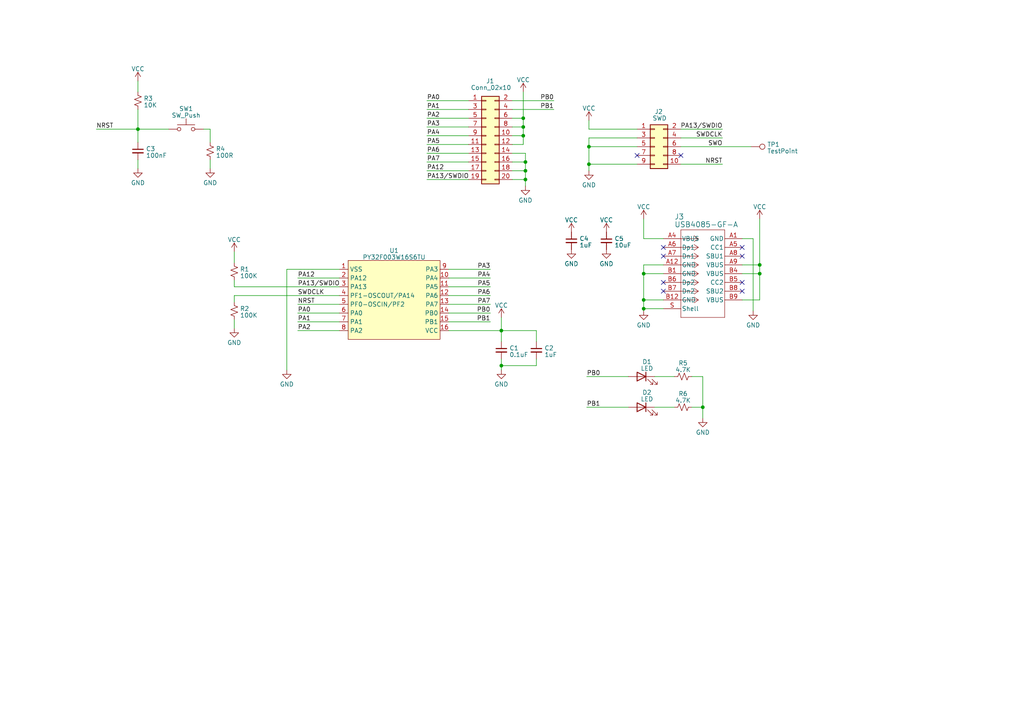
<source format=kicad_sch>
(kicad_sch (version 20230121) (generator eeschema)
  (paper "A4")
  (lib_symbols
    (symbol "Connector:TestPoint" (pin_numbers hide) (pin_names (offset 0.762) hide)
      (property "Reference" "TP" (at 0 6.858 0))
      (property "Value" "TestPoint" (at 0 5.08 0))
      (symbol "TestPoint_0_1"
        (circle (center 0 3.302) (radius 0.762))
      )
      (symbol "TestPoint_1_1"
        (pin passive line (at 0 0 90) (length 2.54) (name "1") (number "1"))
      )
    )
    (symbol "Connector_Generic:Conn_02x05_Odd_Even" (pin_names (offset 1.016) hide)
      (property "Reference" "J" (at 1.27 7.62 0))
      (property "Value" "Conn_02x05_Odd_Even" (at 1.27 -7.62 0))
      (symbol "Conn_02x05_Odd_Even_1_1"
        (rectangle (start -1.27 -4.953) (end 0 -5.207) (stroke (width 0.1524)))
        (rectangle (start -1.27 -2.413) (end 0 -2.667) (stroke (width 0.1524)))
        (rectangle (start -1.27 0.127) (end 0 -0.127) (stroke (width 0.1524)))
        (rectangle (start -1.27 2.667) (end 0 2.413) (stroke (width 0.1524)))
        (rectangle (start -1.27 5.207) (end 0 4.953) (stroke (width 0.1524)))
        (rectangle (start -1.27 6.35) (end 3.81 -6.35) (stroke (width 0.254)) (fill (type background)))
        (rectangle (start 3.81 -4.953) (end 2.54 -5.207) (stroke (width 0.1524)))
        (rectangle (start 3.81 -2.413) (end 2.54 -2.667) (stroke (width 0.1524)))
        (rectangle (start 3.81 0.127) (end 2.54 -0.127) (stroke (width 0.1524)))
        (rectangle (start 3.81 2.667) (end 2.54 2.413) (stroke (width 0.1524)))
        (rectangle (start 3.81 5.207) (end 2.54 4.953) (stroke (width 0.1524)))
        (pin passive line (at -5.08 5.08 0) (length 3.81) (name "Pin_1") (number "1"))
        (pin passive line (at 7.62 -5.08 180) (length 3.81) (name "Pin_10") (number "10"))
        (pin passive line (at 7.62 5.08 180) (length 3.81) (name "Pin_2") (number "2"))
        (pin passive line (at -5.08 2.54 0) (length 3.81) (name "Pin_3") (number "3"))
        (pin passive line (at 7.62 2.54 180) (length 3.81) (name "Pin_4") (number "4"))
        (pin passive line (at -5.08 0 0) (length 3.81) (name "Pin_5") (number "5"))
        (pin passive line (at 7.62 0 180) (length 3.81) (name "Pin_6") (number "6"))
        (pin passive line (at -5.08 -2.54 0) (length 3.81) (name "Pin_7") (number "7"))
        (pin passive line (at 7.62 -2.54 180) (length 3.81) (name "Pin_8") (number "8"))
        (pin passive line (at -5.08 -5.08 0) (length 3.81) (name "Pin_9") (number "9"))
      )
    )
    (symbol "Connector_Generic:Conn_02x10_Odd_Even" (pin_names (offset 1.016) hide)
      (property "Reference" "J" (at 1.27 12.7 0))
      (property "Value" "Conn_02x10_Odd_Even" (at 1.27 -15.24 0))
      (symbol "Conn_02x10_Odd_Even_1_1"
        (rectangle (start -1.27 -12.573) (end 0 -12.827) (stroke (width 0.1524)))
        (rectangle (start -1.27 -10.033) (end 0 -10.287) (stroke (width 0.1524)))
        (rectangle (start -1.27 -7.493) (end 0 -7.747) (stroke (width 0.1524)))
        (rectangle (start -1.27 -4.953) (end 0 -5.207) (stroke (width 0.1524)))
        (rectangle (start -1.27 -2.413) (end 0 -2.667) (stroke (width 0.1524)))
        (rectangle (start -1.27 0.127) (end 0 -0.127) (stroke (width 0.1524)))
        (rectangle (start -1.27 2.667) (end 0 2.413) (stroke (width 0.1524)))
        (rectangle (start -1.27 5.207) (end 0 4.953) (stroke (width 0.1524)))
        (rectangle (start -1.27 7.747) (end 0 7.493) (stroke (width 0.1524)))
        (rectangle (start -1.27 10.287) (end 0 10.033) (stroke (width 0.1524)))
        (rectangle (start -1.27 11.43) (end 3.81 -13.97) (stroke (width 0.254)) (fill (type background)))
        (rectangle (start 3.81 -12.573) (end 2.54 -12.827) (stroke (width 0.1524)))
        (rectangle (start 3.81 -10.033) (end 2.54 -10.287) (stroke (width 0.1524)))
        (rectangle (start 3.81 -7.493) (end 2.54 -7.747) (stroke (width 0.1524)))
        (rectangle (start 3.81 -4.953) (end 2.54 -5.207) (stroke (width 0.1524)))
        (rectangle (start 3.81 -2.413) (end 2.54 -2.667) (stroke (width 0.1524)))
        (rectangle (start 3.81 0.127) (end 2.54 -0.127) (stroke (width 0.1524)))
        (rectangle (start 3.81 2.667) (end 2.54 2.413) (stroke (width 0.1524)))
        (rectangle (start 3.81 5.207) (end 2.54 4.953) (stroke (width 0.1524)))
        (rectangle (start 3.81 7.747) (end 2.54 7.493) (stroke (width 0.1524)))
        (rectangle (start 3.81 10.287) (end 2.54 10.033) (stroke (width 0.1524)))
        (pin passive line (at -5.08 10.16 0) (length 3.81) (name "Pin_1") (number "1"))
        (pin passive line (at 7.62 0 180) (length 3.81) (name "Pin_10") (number "10"))
        (pin passive line (at -5.08 -2.54 0) (length 3.81) (name "Pin_11") (number "11"))
        (pin passive line (at 7.62 -2.54 180) (length 3.81) (name "Pin_12") (number "12"))
        (pin passive line (at -5.08 -5.08 0) (length 3.81) (name "Pin_13") (number "13"))
        (pin passive line (at 7.62 -5.08 180) (length 3.81) (name "Pin_14") (number "14"))
        (pin passive line (at -5.08 -7.62 0) (length 3.81) (name "Pin_15") (number "15"))
        (pin passive line (at 7.62 -7.62 180) (length 3.81) (name "Pin_16") (number "16"))
        (pin passive line (at -5.08 -10.16 0) (length 3.81) (name "Pin_17") (number "17"))
        (pin passive line (at 7.62 -10.16 180) (length 3.81) (name "Pin_18") (number "18"))
        (pin passive line (at -5.08 -12.7 0) (length 3.81) (name "Pin_19") (number "19"))
        (pin passive line (at 7.62 10.16 180) (length 3.81) (name "Pin_2") (number "2"))
        (pin passive line (at 7.62 -12.7 180) (length 3.81) (name "Pin_20") (number "20"))
        (pin passive line (at -5.08 7.62 0) (length 3.81) (name "Pin_3") (number "3"))
        (pin passive line (at 7.62 7.62 180) (length 3.81) (name "Pin_4") (number "4"))
        (pin passive line (at -5.08 5.08 0) (length 3.81) (name "Pin_5") (number "5"))
        (pin passive line (at 7.62 5.08 180) (length 3.81) (name "Pin_6") (number "6"))
        (pin passive line (at -5.08 2.54 0) (length 3.81) (name "Pin_7") (number "7"))
        (pin passive line (at 7.62 2.54 180) (length 3.81) (name "Pin_8") (number "8"))
        (pin passive line (at -5.08 0 0) (length 3.81) (name "Pin_9") (number "9"))
      )
    )
    (symbol "Device:C_Small" (pin_numbers hide) (pin_names (offset 0.254) hide)
      (property "Reference" "C" (at 0.254 1.778 0))
      (property "Value" "C_Small" (at 0.254 -2.032 0))
      (symbol "C_Small_0_1"
        (polyline (pts (xy -1.524 -0.508) (xy 1.524 -0.508)) (stroke (width 0.3302)))
        (polyline (pts (xy -1.524 0.508) (xy 1.524 0.508)) (stroke (width 0.3048)))
      )
      (symbol "C_Small_1_1"
        (pin passive line (at 0 2.54 270) (length 2.032) (name "~") (number "1"))
        (pin passive line (at 0 -2.54 90) (length 2.032) (name "~") (number "2"))
      )
    )
    (symbol "Device:LED" (pin_numbers hide) (pin_names (offset 1.016) hide)
      (property "Reference" "D" (at 0 2.54 0))
      (property "Value" "LED" (at 0 -2.54 0))
      (symbol "LED_0_1"
        (polyline (pts (xy -1.27 -1.27) (xy -1.27 1.27)) (stroke (width 0.254)))
        (polyline (pts (xy -1.27 0) (xy 1.27 0)))
        (polyline (pts (xy 1.27 -1.27) (xy 1.27 1.27) (xy -1.27 0) (xy 1.27 -1.27)) (stroke (width 0.254)))
        (polyline (pts (xy -3.048 -0.762) (xy -4.572 -2.286) (xy -3.81 -2.286) (xy -4.572 -2.286) (xy -4.572 -1.524)))
        (polyline (pts (xy -1.778 -0.762) (xy -3.302 -2.286) (xy -2.54 -2.286) (xy -3.302 -2.286) (xy -3.302 -1.524)))
      )
      (symbol "LED_1_1"
        (pin passive line (at -3.81 0 0) (length 2.54) (name "K") (number "1"))
        (pin passive line (at 3.81 0 180) (length 2.54) (name "A") (number "2"))
      )
    )
    (symbol "Device:R_Small_US" (pin_numbers hide) (pin_names (offset 0.254) hide)
      (property "Reference" "R" (at 0.762 0.508 0))
      (property "Value" "R_Small_US" (at 0.762 -1.016 0))
      (symbol "R_Small_US_1_1"
        (polyline (pts (xy 0 0) (xy 1.016 -0.381) (xy 0 -0.762) (xy -1.016 -1.143) (xy 0 -1.524)))
        (polyline (pts (xy 0 1.524) (xy 1.016 1.143) (xy 0 0.762) (xy -1.016 0.381) (xy 0 0)))
        (pin passive line (at 0 2.54 270) (length 1.016) (name "~") (number "1"))
        (pin passive line (at 0 -2.54 90) (length 1.016) (name "~") (number "2"))
      )
    )
    (symbol "Puya:PY32F003W16S6TU"
      (property "Reference" "U" (at 0 3.81 0))
      (property "Value" "PY32F003W16S6TU" (at 0 1.27 0))
      (symbol "PY32F003W16S6TU_0_0"
        (pin power_in line (at -16.51 -2.54 0) (length 2.54) (name "VSS") (number "1"))
        (pin bidirectional line (at 15.24 -5.08 180) (length 2.54) (name "PA4") (number "10"))
        (pin bidirectional line (at 15.24 -7.62 180) (length 2.54) (name "PA5") (number "11"))
        (pin bidirectional line (at 15.24 -10.16 180) (length 2.54) (name "PA6") (number "12"))
        (pin bidirectional line (at 15.24 -12.7 180) (length 2.54) (name "PA7") (number "13"))
        (pin bidirectional line (at 15.24 -15.24 180) (length 2.54) (name "PB0") (number "14"))
        (pin bidirectional line (at 15.24 -17.78 180) (length 2.54) (name "PB1") (number "15"))
        (pin power_in line (at 15.24 -20.32 180) (length 2.54) (name "VCC") (number "16"))
        (pin bidirectional line (at -16.51 -5.08 0) (length 2.54) (name "PA12") (number "2"))
        (pin bidirectional line (at -16.51 -7.62 0) (length 2.54) (name "PA13") (number "3"))
        (pin bidirectional line (at -16.51 -10.16 0) (length 2.54) (name "PF1-OSCOUT/PA14") (number "4"))
        (pin bidirectional line (at -16.51 -12.7 0) (length 2.54) (name "PF0-OSCIN/PF2") (number "5"))
        (pin bidirectional line (at -16.51 -15.24 0) (length 2.54) (name "PA0") (number "6"))
        (pin bidirectional line (at -16.51 -17.78 0) (length 2.54) (name "PA1") (number "7"))
        (pin bidirectional line (at -16.51 -20.32 0) (length 2.54) (name "PA2") (number "8"))
        (pin bidirectional line (at 15.24 -2.54 180) (length 2.54) (name "PA3") (number "9"))
      )
      (symbol "PY32F003W16S6TU_1_1"
        (rectangle (start -13.97 0) (end 12.7 -22.86) (fill (type background)))
      )
    )
    (symbol "Puya:USB4085-GF-A" (pin_names (offset 0.254))
      (property "Reference" "J" (at 8.89 6.35 0))
      (property "Value" "USB4085-GF-A" (at 8.89 3.81 0))
      (symbol "USB4085-GF-A_1_1"
        (polyline (pts (xy 5.08 -22.86) (xy 17.78 -22.86)) (stroke (width 0.127)))
        (polyline (pts (xy 5.08 2.54) (xy 5.08 -22.86)) (stroke (width 0.127)))
        (polyline (pts (xy 10.16 -17.78) (xy 5.08 -17.78)) (stroke (width 0.127)))
        (polyline (pts (xy 10.16 -17.78) (xy 8.89 -18.6267)) (stroke (width 0.127)))
        (polyline (pts (xy 10.16 -17.78) (xy 8.89 -16.9333)) (stroke (width 0.127)))
        (polyline (pts (xy 10.16 -15.24) (xy 5.08 -15.24)) (stroke (width 0.127)))
        (polyline (pts (xy 10.16 -15.24) (xy 8.89 -16.0867)) (stroke (width 0.127)))
        (polyline (pts (xy 10.16 -15.24) (xy 8.89 -14.3933)) (stroke (width 0.127)))
        (polyline (pts (xy 10.16 -12.7) (xy 5.08 -12.7)) (stroke (width 0.127)))
        (polyline (pts (xy 10.16 -12.7) (xy 8.89 -13.5467)) (stroke (width 0.127)))
        (polyline (pts (xy 10.16 -12.7) (xy 8.89 -11.8533)) (stroke (width 0.127)))
        (polyline (pts (xy 10.16 -10.16) (xy 5.08 -10.16)) (stroke (width 0.127)))
        (polyline (pts (xy 10.16 -10.16) (xy 8.89 -11.0067)) (stroke (width 0.127)))
        (polyline (pts (xy 10.16 -10.16) (xy 8.89 -9.3133)) (stroke (width 0.127)))
        (polyline (pts (xy 10.16 -7.62) (xy 5.08 -7.62)) (stroke (width 0.127)))
        (polyline (pts (xy 10.16 -7.62) (xy 8.89 -8.4667)) (stroke (width 0.127)))
        (polyline (pts (xy 10.16 -7.62) (xy 8.89 -6.7733)) (stroke (width 0.127)))
        (polyline (pts (xy 10.16 -5.08) (xy 5.08 -5.08)) (stroke (width 0.127)))
        (polyline (pts (xy 10.16 -5.08) (xy 8.89 -5.9267)) (stroke (width 0.127)))
        (polyline (pts (xy 10.16 -5.08) (xy 8.89 -4.2333)) (stroke (width 0.127)))
        (polyline (pts (xy 10.16 -2.54) (xy 5.08 -2.54)) (stroke (width 0.127)))
        (polyline (pts (xy 10.16 -2.54) (xy 8.89 -3.3867)) (stroke (width 0.127)))
        (polyline (pts (xy 10.16 -2.54) (xy 8.89 -1.6933)) (stroke (width 0.127)))
        (polyline (pts (xy 10.16 0) (xy 5.08 0)) (stroke (width 0.127)))
        (polyline (pts (xy 10.16 0) (xy 8.89 -0.8467)) (stroke (width 0.127)))
        (polyline (pts (xy 10.16 0) (xy 8.89 0.8467)) (stroke (width 0.127)))
        (polyline (pts (xy 17.78 -22.86) (xy 17.78 2.54)) (stroke (width 0.127)))
        (polyline (pts (xy 17.78 2.54) (xy 5.08 2.54)) (stroke (width 0.127)))
        (pin unspecified line (at 22.86 0 180) (length 5.08) (name "GND") (number "A1"))
        (pin unspecified line (at 0 -7.62 0) (length 5.08) (name "GND") (number "A12"))
        (pin unspecified line (at 0 0 0) (length 5.08) (name "VBUS") (number "A4"))
        (pin unspecified line (at 22.86 -2.54 180) (length 5.08) (name "CC1") (number "A5"))
        (pin unspecified line (at 0 -2.54 0) (length 5.08) (name "Dp1") (number "A6"))
        (pin unspecified line (at 0 -5.08 0) (length 5.08) (name "Dn1") (number "A7"))
        (pin unspecified line (at 22.86 -5.08 180) (length 5.08) (name "SBU1") (number "A8"))
        (pin unspecified line (at 22.86 -7.62 180) (length 5.08) (name "VBUS") (number "A9"))
        (pin unspecified line (at 0 -10.16 0) (length 5.08) (name "GND") (number "B1"))
        (pin unspecified line (at 0 -17.78 0) (length 5.08) (name "GND") (number "B12"))
        (pin unspecified line (at 22.86 -10.16 180) (length 5.08) (name "VBUS") (number "B4"))
        (pin unspecified line (at 22.86 -12.7 180) (length 5.08) (name "CC2") (number "B5"))
        (pin unspecified line (at 0 -12.7 0) (length 5.08) (name "Dp2") (number "B6"))
        (pin unspecified line (at 0 -15.24 0) (length 5.08) (name "Dn2") (number "B7"))
        (pin unspecified line (at 22.86 -15.24 180) (length 5.08) (name "SBU2") (number "B8"))
        (pin unspecified line (at 22.86 -17.78 180) (length 5.08) (name "VBUS") (number "B9"))
        (pin unspecified line (at 0 -20.32 0) (length 5.08) (name "Shell") (number "S"))
      )
      (symbol "USB4085-GF-A_1_2"
        (polyline (pts (xy 5.08 -50.8) (xy 12.7 -50.8)) (stroke (width 0.127)))
        (polyline (pts (xy 5.08 2.54) (xy 5.08 -50.8)) (stroke (width 0.127)))
        (polyline (pts (xy 7.62 -48.26) (xy 5.08 -48.26)) (stroke (width 0.127)))
        (polyline (pts (xy 7.62 -48.26) (xy 8.89 -49.1067)) (stroke (width 0.127)))
        (polyline (pts (xy 7.62 -48.26) (xy 8.89 -47.4133)) (stroke (width 0.127)))
        (polyline (pts (xy 7.62 -45.72) (xy 5.08 -45.72)) (stroke (width 0.127)))
        (polyline (pts (xy 7.62 -45.72) (xy 8.89 -46.5667)) (stroke (width 0.127)))
        (polyline (pts (xy 7.62 -45.72) (xy 8.89 -44.8733)) (stroke (width 0.127)))
        (polyline (pts (xy 7.62 -43.18) (xy 5.08 -43.18)) (stroke (width 0.127)))
        (polyline (pts (xy 7.62 -43.18) (xy 8.89 -44.0267)) (stroke (width 0.127)))
        (polyline (pts (xy 7.62 -43.18) (xy 8.89 -42.3333)) (stroke (width 0.127)))
        (polyline (pts (xy 7.62 -40.64) (xy 5.08 -40.64)) (stroke (width 0.127)))
        (polyline (pts (xy 7.62 -40.64) (xy 8.89 -41.4867)) (stroke (width 0.127)))
        (polyline (pts (xy 7.62 -40.64) (xy 8.89 -39.7933)) (stroke (width 0.127)))
        (polyline (pts (xy 7.62 -38.1) (xy 5.08 -38.1)) (stroke (width 0.127)))
        (polyline (pts (xy 7.62 -38.1) (xy 8.89 -38.9467)) (stroke (width 0.127)))
        (polyline (pts (xy 7.62 -38.1) (xy 8.89 -37.2533)) (stroke (width 0.127)))
        (polyline (pts (xy 7.62 -35.56) (xy 5.08 -35.56)) (stroke (width 0.127)))
        (polyline (pts (xy 7.62 -35.56) (xy 8.89 -36.4067)) (stroke (width 0.127)))
        (polyline (pts (xy 7.62 -35.56) (xy 8.89 -34.7133)) (stroke (width 0.127)))
        (polyline (pts (xy 7.62 -33.02) (xy 5.08 -33.02)) (stroke (width 0.127)))
        (polyline (pts (xy 7.62 -33.02) (xy 8.89 -33.8667)) (stroke (width 0.127)))
        (polyline (pts (xy 7.62 -33.02) (xy 8.89 -32.1733)) (stroke (width 0.127)))
        (polyline (pts (xy 7.62 -30.48) (xy 5.08 -30.48)) (stroke (width 0.127)))
        (polyline (pts (xy 7.62 -30.48) (xy 8.89 -31.3267)) (stroke (width 0.127)))
        (polyline (pts (xy 7.62 -30.48) (xy 8.89 -29.6333)) (stroke (width 0.127)))
        (polyline (pts (xy 7.62 -27.94) (xy 5.08 -27.94)) (stroke (width 0.127)))
        (polyline (pts (xy 7.62 -27.94) (xy 8.89 -28.7867)) (stroke (width 0.127)))
        (polyline (pts (xy 7.62 -27.94) (xy 8.89 -27.0933)) (stroke (width 0.127)))
        (polyline (pts (xy 7.62 -25.4) (xy 5.08 -25.4)) (stroke (width 0.127)))
        (polyline (pts (xy 7.62 -25.4) (xy 8.89 -26.2467)) (stroke (width 0.127)))
        (polyline (pts (xy 7.62 -25.4) (xy 8.89 -24.5533)) (stroke (width 0.127)))
        (polyline (pts (xy 7.62 -22.86) (xy 5.08 -22.86)) (stroke (width 0.127)))
        (polyline (pts (xy 7.62 -22.86) (xy 8.89 -23.7067)) (stroke (width 0.127)))
        (polyline (pts (xy 7.62 -22.86) (xy 8.89 -22.0133)) (stroke (width 0.127)))
        (polyline (pts (xy 7.62 -20.32) (xy 5.08 -20.32)) (stroke (width 0.127)))
        (polyline (pts (xy 7.62 -20.32) (xy 8.89 -21.1667)) (stroke (width 0.127)))
        (polyline (pts (xy 7.62 -20.32) (xy 8.89 -19.4733)) (stroke (width 0.127)))
        (polyline (pts (xy 7.62 -17.78) (xy 5.08 -17.78)) (stroke (width 0.127)))
        (polyline (pts (xy 7.62 -17.78) (xy 8.89 -18.6267)) (stroke (width 0.127)))
        (polyline (pts (xy 7.62 -17.78) (xy 8.89 -16.9333)) (stroke (width 0.127)))
        (polyline (pts (xy 7.62 -15.24) (xy 5.08 -15.24)) (stroke (width 0.127)))
        (polyline (pts (xy 7.62 -15.24) (xy 8.89 -16.0867)) (stroke (width 0.127)))
        (polyline (pts (xy 7.62 -15.24) (xy 8.89 -14.3933)) (stroke (width 0.127)))
        (polyline (pts (xy 7.62 -12.7) (xy 5.08 -12.7)) (stroke (width 0.127)))
        (polyline (pts (xy 7.62 -12.7) (xy 8.89 -13.5467)) (stroke (width 0.127)))
        (polyline (pts (xy 7.62 -12.7) (xy 8.89 -11.8533)) (stroke (width 0.127)))
        (polyline (pts (xy 7.62 -10.16) (xy 5.08 -10.16)) (stroke (width 0.127)))
        (polyline (pts (xy 7.62 -10.16) (xy 8.89 -11.0067)) (stroke (width 0.127)))
        (polyline (pts (xy 7.62 -10.16) (xy 8.89 -9.3133)) (stroke (width 0.127)))
        (polyline (pts (xy 7.62 -7.62) (xy 5.08 -7.62)) (stroke (width 0.127)))
        (polyline (pts (xy 7.62 -7.62) (xy 8.89 -8.4667)) (stroke (width 0.127)))
        (polyline (pts (xy 7.62 -7.62) (xy 8.89 -6.7733)) (stroke (width 0.127)))
        (polyline (pts (xy 7.62 -5.08) (xy 5.08 -5.08)) (stroke (width 0.127)))
        (polyline (pts (xy 7.62 -5.08) (xy 8.89 -5.9267)) (stroke (width 0.127)))
        (polyline (pts (xy 7.62 -5.08) (xy 8.89 -4.2333)) (stroke (width 0.127)))
        (polyline (pts (xy 7.62 -2.54) (xy 5.08 -2.54)) (stroke (width 0.127)))
        (polyline (pts (xy 7.62 -2.54) (xy 8.89 -3.3867)) (stroke (width 0.127)))
        (polyline (pts (xy 7.62 -2.54) (xy 8.89 -1.6933)) (stroke (width 0.127)))
        (polyline (pts (xy 7.62 0) (xy 5.08 0)) (stroke (width 0.127)))
        (polyline (pts (xy 7.62 0) (xy 8.89 -0.8467)) (stroke (width 0.127)))
        (polyline (pts (xy 7.62 0) (xy 8.89 0.8467)) (stroke (width 0.127)))
        (polyline (pts (xy 12.7 -50.8) (xy 12.7 2.54)) (stroke (width 0.127)))
        (polyline (pts (xy 12.7 2.54) (xy 5.08 2.54)) (stroke (width 0.127)))
      )
    )
    (symbol "Switch:SW_Push" (pin_numbers hide) (pin_names (offset 1.016) hide)
      (property "Reference" "SW" (at 1.27 2.54 0))
      (property "Value" "SW_Push" (at 0 -1.524 0))
      (symbol "SW_Push_0_1"
        (circle (center -2.032 0) (radius 0.508))
        (polyline (pts (xy 0 1.27) (xy 0 3.048)))
        (polyline (pts (xy 2.54 1.27) (xy -2.54 1.27)))
        (circle (center 2.032 0) (radius 0.508))
        (pin passive line (at -5.08 0 0) (length 2.54) (name "1") (number "1"))
        (pin passive line (at 5.08 0 180) (length 2.54) (name "2") (number "2"))
      )
    )
    (symbol "power:GND" (power) (pin_names (offset 0))
      (property "Value" "GND" (at 0 -3.81 0))
      (symbol "GND_0_1"
        (polyline (pts (xy 0 0) (xy 0 -1.27) (xy 1.27 -1.27) (xy 0 -2.54) (xy -1.27 -1.27) (xy 0 -1.27)))
      )
      (symbol "GND_1_1"
        (pin power_in line (at 0 0 270) (length 0) hide (name "GND") (number "1"))
      )
    )
    (symbol "power:VCC" (power) (pin_names (offset 0))
      (property "Value" "VCC" (at 0 3.81 0))
      (symbol "VCC_0_1"
        (polyline (pts (xy -0.762 1.27) (xy 0 2.54)))
        (polyline (pts (xy 0 0) (xy 0 2.54)))
        (polyline (pts (xy 0 2.54) (xy 0.762 1.27)))
      )
      (symbol "VCC_1_1"
        (pin power_in line (at 0 0 90) (length 0) hide (name "VCC") (number "1"))
      )
    )
  )
  (junction (at 186.69 86.995))
  (junction (at 152.4 46.99))
  (junction (at 152.4 52.07))
  (junction (at 203.835 118.11))
  (junction (at 40.005 37.465))
  (junction (at 151.765 34.29))
  (junction (at 170.815 42.545))
  (junction (at 145.415 106.045))
  (junction (at 145.415 95.885))
  (junction (at 152.4 49.53))
  (junction (at 220.345 79.375))
  (junction (at 186.69 79.375))
  (junction (at 186.69 89.535))
  (junction (at 151.765 36.83))
  (junction (at 170.815 47.625))
  (junction (at 151.765 39.37))
  (junction (at 220.345 76.835))
  (no_connect (at 215.265 74.295))
  (no_connect (at 192.405 71.755))
  (no_connect (at 184.785 45.085))
  (no_connect (at 192.405 74.295))
  (no_connect (at 192.405 84.455))
  (no_connect (at 215.265 71.755))
  (no_connect (at 192.405 81.915))
  (no_connect (at 197.485 45.085))
  (no_connect (at 215.265 81.915))
  (no_connect (at 215.265 84.455))
  (wire (pts (xy 83.185 78.105) (xy 83.185 107.315)))
  (wire (pts (xy 130.175 83.185) (xy 142.24 83.185)))
  (wire (pts (xy 170.815 47.625) (xy 184.785 47.625)))
  (wire (pts (xy 130.175 88.265) (xy 142.24 88.265)))
  (wire (pts (xy 135.89 39.37) (xy 123.825 39.37)))
  (wire (pts (xy 67.945 92.71) (xy 67.945 95.25)))
  (wire (pts (xy 135.89 31.75) (xy 123.825 31.75)))
  (wire (pts (xy 40.005 23.495) (xy 40.005 26.67)))
  (wire (pts (xy 182.245 118.11) (xy 170.18 118.11)))
  (wire (pts (xy 145.415 95.885) (xy 145.415 99.06)))
  (wire (pts (xy 170.815 42.545) (xy 170.815 47.625)))
  (wire (pts (xy 40.005 46.355) (xy 40.005 48.895)))
  (wire (pts (xy 135.89 36.83) (xy 123.825 36.83)))
  (wire (pts (xy 186.69 79.375) (xy 192.405 79.375)))
  (wire (pts (xy 40.005 37.465) (xy 48.895 37.465)))
  (wire (pts (xy 130.175 90.805) (xy 142.24 90.805)))
  (wire (pts (xy 189.865 118.11) (xy 195.58 118.11)))
  (wire (pts (xy 145.415 106.045) (xy 145.415 107.315)))
  (wire (pts (xy 197.485 37.465) (xy 209.55 37.465)))
  (wire (pts (xy 170.815 40.005) (xy 170.815 42.545)))
  (wire (pts (xy 152.4 52.07) (xy 152.4 49.53)))
  (wire (pts (xy 170.815 47.625) (xy 170.815 49.53)))
  (wire (pts (xy 59.055 37.465) (xy 60.96 37.465)))
  (wire (pts (xy 197.485 40.005) (xy 209.55 40.005)))
  (wire (pts (xy 135.89 44.45) (xy 123.825 44.45)))
  (wire (pts (xy 186.69 86.995) (xy 192.405 86.995)))
  (wire (pts (xy 155.575 104.14) (xy 155.575 106.045)))
  (wire (pts (xy 186.69 89.535) (xy 186.69 90.17)))
  (wire (pts (xy 86.36 88.265) (xy 98.425 88.265)))
  (wire (pts (xy 67.945 87.63) (xy 67.945 85.725)))
  (wire (pts (xy 170.815 42.545) (xy 184.785 42.545)))
  (wire (pts (xy 151.765 36.83) (xy 151.765 34.29)))
  (wire (pts (xy 67.945 83.185) (xy 98.425 83.185)))
  (wire (pts (xy 148.59 49.53) (xy 152.4 49.53)))
  (wire (pts (xy 40.005 31.75) (xy 40.005 37.465)))
  (wire (pts (xy 40.005 37.465) (xy 40.005 41.275)))
  (wire (pts (xy 203.835 118.11) (xy 203.835 121.285)))
  (wire (pts (xy 215.265 79.375) (xy 220.345 79.375)))
  (wire (pts (xy 148.59 52.07) (xy 152.4 52.07)))
  (wire (pts (xy 192.405 69.215) (xy 186.69 69.215)))
  (wire (pts (xy 130.175 93.345) (xy 142.24 93.345)))
  (wire (pts (xy 67.945 81.28) (xy 67.945 83.185)))
  (wire (pts (xy 135.89 29.21) (xy 123.825 29.21)))
  (wire (pts (xy 215.265 69.215) (xy 218.44 69.215)))
  (wire (pts (xy 135.89 34.29) (xy 123.825 34.29)))
  (wire (pts (xy 135.89 46.99) (xy 123.825 46.99)))
  (wire (pts (xy 145.415 104.14) (xy 145.415 106.045)))
  (wire (pts (xy 203.835 109.22) (xy 203.835 118.11)))
  (wire (pts (xy 170.815 37.465) (xy 184.785 37.465)))
  (wire (pts (xy 170.815 34.925) (xy 170.815 37.465)))
  (wire (pts (xy 151.765 26.67) (xy 151.765 34.29)))
  (wire (pts (xy 192.405 76.835) (xy 186.69 76.835)))
  (wire (pts (xy 220.345 79.375) (xy 220.345 76.835)))
  (wire (pts (xy 186.69 86.995) (xy 186.69 89.535)))
  (wire (pts (xy 67.945 73.025) (xy 67.945 76.2)))
  (wire (pts (xy 215.265 76.835) (xy 220.345 76.835)))
  (wire (pts (xy 152.4 52.07) (xy 152.4 53.975)))
  (wire (pts (xy 148.59 29.21) (xy 160.655 29.21)))
  (wire (pts (xy 148.59 44.45) (xy 152.4 44.45)))
  (wire (pts (xy 148.59 36.83) (xy 151.765 36.83)))
  (wire (pts (xy 148.59 31.75) (xy 160.655 31.75)))
  (wire (pts (xy 145.415 95.885) (xy 145.415 92.075)))
  (wire (pts (xy 200.66 109.22) (xy 203.835 109.22)))
  (wire (pts (xy 186.69 69.215) (xy 186.69 63.5)))
  (wire (pts (xy 209.55 47.625) (xy 197.485 47.625)))
  (wire (pts (xy 98.425 80.645) (xy 86.36 80.645)))
  (wire (pts (xy 130.175 78.105) (xy 142.24 78.105)))
  (wire (pts (xy 215.265 86.995) (xy 220.345 86.995)))
  (wire (pts (xy 148.59 34.29) (xy 151.765 34.29)))
  (wire (pts (xy 151.765 39.37) (xy 151.765 36.83)))
  (wire (pts (xy 155.575 99.06) (xy 155.575 95.885)))
  (wire (pts (xy 197.485 42.545) (xy 217.805 42.545)))
  (wire (pts (xy 130.175 80.645) (xy 142.24 80.645)))
  (wire (pts (xy 184.785 40.005) (xy 170.815 40.005)))
  (wire (pts (xy 67.945 85.725) (xy 98.425 85.725)))
  (wire (pts (xy 130.175 85.725) (xy 142.24 85.725)))
  (wire (pts (xy 98.425 95.885) (xy 86.36 95.885)))
  (wire (pts (xy 220.345 86.995) (xy 220.345 79.375)))
  (wire (pts (xy 186.69 76.835) (xy 186.69 79.375)))
  (wire (pts (xy 98.425 90.805) (xy 86.36 90.805)))
  (wire (pts (xy 148.59 41.91) (xy 151.765 41.91)))
  (wire (pts (xy 200.66 118.11) (xy 203.835 118.11)))
  (wire (pts (xy 152.4 49.53) (xy 152.4 46.99)))
  (wire (pts (xy 192.405 89.535) (xy 186.69 89.535)))
  (wire (pts (xy 98.425 93.345) (xy 86.36 93.345)))
  (wire (pts (xy 135.89 52.07) (xy 123.825 52.07)))
  (wire (pts (xy 27.94 37.465) (xy 40.005 37.465)))
  (wire (pts (xy 152.4 46.99) (xy 152.4 44.45)))
  (wire (pts (xy 148.59 46.99) (xy 152.4 46.99)))
  (wire (pts (xy 189.865 109.22) (xy 195.58 109.22)))
  (wire (pts (xy 135.89 41.91) (xy 123.825 41.91)))
  (wire (pts (xy 151.765 41.91) (xy 151.765 39.37)))
  (wire (pts (xy 60.96 37.465) (xy 60.96 41.275)))
  (wire (pts (xy 155.575 106.045) (xy 145.415 106.045)))
  (wire (pts (xy 60.96 46.355) (xy 60.96 48.895)))
  (wire (pts (xy 83.185 78.105) (xy 98.425 78.105)))
  (wire (pts (xy 130.175 95.885) (xy 145.415 95.885)))
  (wire (pts (xy 148.59 39.37) (xy 151.765 39.37)))
  (wire (pts (xy 135.89 49.53) (xy 123.825 49.53)))
  (wire (pts (xy 186.69 79.375) (xy 186.69 86.995)))
  (wire (pts (xy 220.345 76.835) (xy 220.345 63.5)))
  (wire (pts (xy 155.575 95.885) (xy 145.415 95.885)))
  (wire (pts (xy 218.44 69.215) (xy 218.44 90.17)))
  (wire (pts (xy 182.245 109.22) (xy 170.18 109.22)))
  (label "PA13{slash}SWDIO" (at 123.825 52.07 0))
  (label "PA12" (at 86.36 80.645 0))
  (label "PA5" (at 142.24 83.185 180))
  (label "PB0" (at 170.18 109.22 0))
  (label "PA1" (at 123.825 31.75 0))
  (label "SWDCLK" (at 209.55 40.005 180))
  (label "PB1" (at 160.655 31.75 180))
  (label "PA7" (at 142.24 88.265 180))
  (label "PA13{slash}SWDIO" (at 86.36 83.185 0))
  (label "NRST" (at 209.55 47.625 180))
  (label "PB0" (at 160.655 29.21 180))
  (label "PA2" (at 123.825 34.29 0))
  (label "SWO" (at 209.55 42.545 180))
  (label "PA1" (at 86.36 93.345 0))
  (label "PA12" (at 123.825 49.53 0))
  (label "PA0" (at 86.36 90.805 0))
  (label "PA5" (at 123.825 41.91 0))
  (label "PA0" (at 123.825 29.21 0))
  (label "PA6" (at 123.825 44.45 0))
  (label "PB1" (at 142.24 93.345 180))
  (label "PA4" (at 123.825 39.37 0))
  (label "PA7" (at 123.825 46.99 0))
  (label "NRST" (at 86.36 88.265 0))
  (label "PA3" (at 123.825 36.83 0))
  (label "PA4" (at 142.24 80.645 180))
  (label "PB0" (at 142.24 90.805 180))
  (label "SWDCLK" (at 86.36 85.725 0))
  (label "PA6" (at 142.24 85.725 180))
  (label "PA13{slash}SWDIO" (at 209.55 37.465 180))
  (label "PB1" (at 170.18 118.11 0))
  (label "NRST" (at 27.94 37.465 0))
  (label "PA3" (at 142.24 78.105 180))
  (label "PA2" (at 86.36 95.885 0))
  (symbol (lib_id "power:VCC") (at 151.765 26.67 0) (mirror y) (unit 1)
    (property "Reference" "#PWR017" (effects hide))
    (property "Value" "VCC" (at 151.765 23.1681 0))
  )
  (symbol (lib_id "power:GND") (at 152.4 53.975 0) (unit 1)
    (property "Reference" "#PWR016" (effects hide))
    (property "Value" "GND" (at 152.4 58.1105 0))
  )
  (symbol (lib_id "power:GND") (at 165.735 72.39 0) (unit 1)
    (property "Reference" "#PWR021" (effects hide))
    (property "Value" "GND" (at 165.735 76.5255 0))
  )
  (symbol (lib_id "Device:C_Small") (at 155.575 101.6 0) (unit 1)
    (property "Reference" "C2" (at 157.8991 100.9626 0) (effects (justify left)))
    (property "Value" "1uF" (at 157.8991 102.8836 0) (effects (justify left)))
    (property "Footprint" "Capacitor_SMD:C_0805_2012Metric_Pad1.18x1.45mm_HandSolder" (effects hide))
  )
  (symbol (lib_id "Device:R_Small_US") (at 198.12 118.11 270) (unit 1)
    (property "Reference" "R6" (at 198.12 114.2111 90))
    (property "Value" "4.7K" (at 198.12 116.1321 90))
    (property "Footprint" "Resistor_SMD:R_0805_2012Metric_Pad1.20x1.40mm_HandSolder" (effects hide))
  )
  (symbol (lib_id "Switch:SW_Push") (at 53.975 37.465 0) (unit 1)
    (property "Reference" "SW1" (at 53.975 31.5341 0))
    (property "Value" "SW_Push" (at 53.975 33.4551 0))
    (property "Footprint" "Puya:SW4_PTS815 SJM 250 SMTR LFS_CNK" (effects hide))
  )
  (symbol (lib_id "Device:LED") (at 186.055 109.22 0) (mirror y) (unit 1)
    (property "Reference" "D1" (at 187.6425 104.9401 0))
    (property "Value" "LED" (at 187.6425 106.8611 0))
    (property "Footprint" "LED_SMD:LED_0805_2012Metric_Pad1.15x1.40mm_HandSolder" (effects hide))
  )
  (symbol (lib_id "power:GND") (at 60.96 48.895 0) (unit 1)
    (property "Reference" "#PWR010" (effects hide))
    (property "Value" "GND" (at 60.96 53.0305 0))
  )
  (symbol (lib_id "power:VCC") (at 165.735 67.31 0) (unit 1)
    (property "Reference" "#PWR018" (effects hide))
    (property "Value" "VCC" (at 165.735 63.8081 0))
  )
  (symbol (lib_id "Device:C_Small") (at 175.895 69.85 0) (unit 1)
    (property "Reference" "C5" (at 178.2191 69.2126 0) (effects (justify left)))
    (property "Value" "10uF" (at 178.2191 71.1336 0) (effects (justify left)))
    (property "Footprint" "Capacitor_SMD:C_0805_2012Metric_Pad1.18x1.45mm_HandSolder" (effects hide))
  )
  (symbol (lib_id "power:GND") (at 203.835 121.285 0) (unit 1)
    (property "Reference" "#PWR015" (effects hide))
    (property "Value" "GND" (at 203.835 125.4205 0))
  )
  (symbol (lib_id "Connector_Generic:Conn_02x10_Odd_Even") (at 140.97 39.37 0) (unit 1)
    (property "Reference" "J1" (at 140.97 23.495 0) (effects (justify left)))
    (property "Value" "Conn_02x10" (at 136.525 25.416 0) (effects (justify left)))
    (property "Footprint" "Connector_PinSocket_2.54mm:PinSocket_2x10_P2.54mm_Vertical" (effects hide))
  )
  (symbol (lib_id "Puya:PY32F003W16S6TU") (at 114.935 75.565 0) (unit 1)
    (property "Reference" "U1" (at 114.3 72.6821 0))
    (property "Value" "PY32F003W16S6TU" (at 114.3 74.6031 0))
    (property "Footprint" "Package_SO:SO-16_3.9x9.9mm_P1.27mm" (effects hide))
  )
  (symbol (lib_id "Puya:USB4085-GF-A") (at 192.405 69.215 0) (unit 1)
    (property "Reference" "J3" (at 195.58 62.865 0) (effects (font (size 1.524 1.524)) (justify left)))
    (property "Value" "USB4085-GF-A" (at 195.58 65.1192 0) (effects (font (size 1.524 1.524)) (justify left)))
    (property "Footprint" "Puya:CONN16_USB4085-GF-A_GCT" (effects hide))
    (property "Datasheet" "USB4085-GF-A" (effects hide))
  )
  (symbol (lib_id "Device:C_Small") (at 145.415 101.6 0) (unit 1)
    (property "Reference" "C1" (at 147.7391 100.9626 0) (effects (justify left)))
    (property "Value" "0.1uF" (at 147.7391 102.8836 0) (effects (justify left)))
    (property "Footprint" "Capacitor_SMD:C_0805_2012Metric_Pad1.18x1.45mm_HandSolder" (effects hide))
  )
  (symbol (lib_id "Connector:TestPoint") (at 217.805 42.545 270) (unit 1)
    (property "Reference" "TP1" (at 222.504 41.9013 90) (effects (justify left)))
    (property "Value" "TestPoint" (at 222.504 43.8223 90) (effects (justify left)))
    (property "Footprint" "TestPoint:TestPoint_Pad_D1.5mm" (effects hide))
  )
  (symbol (lib_id "Device:R_Small_US") (at 40.005 29.21 0) (unit 1)
    (property "Reference" "R3" (at 41.656 28.5663 0) (effects (justify left)))
    (property "Value" "10K" (at 41.656 30.4873 0) (effects (justify left)))
    (property "Footprint" "Resistor_SMD:R_0805_2012Metric_Pad1.20x1.40mm_HandSolder" (effects hide))
  )
  (symbol (lib_id "power:GND") (at 186.69 90.17 0) (unit 1)
    (property "Reference" "#PWR011" (effects hide))
    (property "Value" "GND" (at 186.69 94.3055 0))
  )
  (symbol (lib_id "Device:R_Small_US") (at 60.96 43.815 0) (unit 1)
    (property "Reference" "R4" (at 62.611 43.1713 0) (effects (justify left)))
    (property "Value" "100R" (at 62.611 45.0923 0) (effects (justify left)))
    (property "Footprint" "Resistor_SMD:R_0805_2012Metric_Pad1.20x1.40mm_HandSolder" (effects hide))
  )
  (symbol (lib_id "Connector_Generic:Conn_02x05_Odd_Even") (at 189.865 42.545 0) (unit 1)
    (property "Reference" "J2" (at 189.865 32.385 0) (effects (justify left)))
    (property "Value" "SWD" (at 189.23 34.29 0) (effects (justify left)))
    (property "Footprint" "Connector_PinHeader_2.54mm:PinHeader_2x05_P2.54mm_Vertical" (effects hide))
  )
  (symbol (lib_id "power:VCC") (at 67.945 73.025 0) (unit 1)
    (property "Reference" "#PWR06" (effects hide))
    (property "Value" "VCC" (at 67.945 69.5231 0))
  )
  (symbol (lib_id "power:VCC") (at 186.69 63.5 0) (unit 1)
    (property "Reference" "#PWR013" (effects hide))
    (property "Value" "VCC" (at 186.69 59.9981 0))
  )
  (symbol (lib_id "power:VCC") (at 170.815 34.925 0) (unit 1)
    (property "Reference" "#PWR04" (effects hide))
    (property "Value" "VCC" (at 170.815 31.4231 0))
  )
  (symbol (lib_id "power:GND") (at 145.415 107.315 0) (unit 1)
    (property "Reference" "#PWR01" (effects hide))
    (property "Value" "GND" (at 145.415 111.4505 0))
  )
  (symbol (lib_id "power:GND") (at 40.005 48.895 0) (unit 1)
    (property "Reference" "#PWR09" (effects hide))
    (property "Value" "GND" (at 40.005 53.0305 0))
  )
  (symbol (lib_id "Device:C_Small") (at 165.735 69.85 0) (unit 1)
    (property "Reference" "C4" (at 168.0591 69.2126 0) (effects (justify left)))
    (property "Value" "1uF" (at 168.0591 71.1336 0) (effects (justify left)))
    (property "Footprint" "Capacitor_SMD:C_0805_2012Metric_Pad1.18x1.45mm_HandSolder" (effects hide))
  )
  (symbol (lib_id "Device:LED") (at 186.055 118.11 0) (mirror y) (unit 1)
    (property "Reference" "D2" (at 187.6425 113.8301 0))
    (property "Value" "LED" (at 187.6425 115.7511 0))
    (property "Footprint" "LED_SMD:LED_0805_2012Metric_Pad1.15x1.40mm_HandSolder" (effects hide))
  )
  (symbol (lib_id "power:GND") (at 218.44 90.17 0) (unit 1)
    (property "Reference" "#PWR012" (effects hide))
    (property "Value" "GND" (at 218.44 94.3055 0))
  )
  (symbol (lib_id "power:GND") (at 175.895 72.39 0) (unit 1)
    (property "Reference" "#PWR020" (effects hide))
    (property "Value" "GND" (at 175.895 76.5255 0))
  )
  (symbol (lib_id "power:VCC") (at 145.415 92.075 0) (unit 1)
    (property "Reference" "#PWR02" (effects hide))
    (property "Value" "VCC" (at 145.415 88.5731 0))
  )
  (symbol (lib_id "Device:R_Small_US") (at 67.945 90.17 0) (unit 1)
    (property "Reference" "R2" (at 69.596 89.5263 0) (effects (justify left)))
    (property "Value" "100K" (at 69.596 91.4473 0) (effects (justify left)))
    (property "Footprint" "Resistor_SMD:R_0805_2012Metric_Pad1.20x1.40mm_HandSolder" (effects hide))
  )
  (symbol (lib_id "power:GND") (at 170.815 49.53 0) (unit 1)
    (property "Reference" "#PWR05" (effects hide))
    (property "Value" "GND" (at 170.815 53.6655 0))
  )
  (symbol (lib_id "power:VCC") (at 40.005 23.495 0) (unit 1)
    (property "Reference" "#PWR08" (effects hide))
    (property "Value" "VCC" (at 40.005 19.9931 0))
  )
  (symbol (lib_id "Device:C_Small") (at 40.005 43.815 0) (unit 1)
    (property "Reference" "C3" (at 42.3291 43.1776 0) (effects (justify left)))
    (property "Value" "100nF" (at 42.3291 45.0986 0) (effects (justify left)))
    (property "Footprint" "Capacitor_SMD:C_0805_2012Metric_Pad1.18x1.45mm_HandSolder" (effects hide))
  )
  (symbol (lib_id "power:GND") (at 83.185 107.315 0) (unit 1)
    (property "Reference" "#PWR03" (effects hide))
    (property "Value" "GND" (at 83.185 111.4505 0))
  )
  (symbol (lib_id "power:VCC") (at 175.895 67.31 0) (unit 1)
    (property "Reference" "#PWR019" (effects hide))
    (property "Value" "VCC" (at 175.895 63.8081 0))
  )
  (symbol (lib_id "Device:R_Small_US") (at 198.12 109.22 270) (unit 1)
    (property "Reference" "R5" (at 198.12 105.3211 90))
    (property "Value" "4.7K" (at 198.12 107.2421 90))
    (property "Footprint" "Resistor_SMD:R_0805_2012Metric_Pad1.20x1.40mm_HandSolder" (effects hide))
  )
  (symbol (lib_id "power:GND") (at 67.945 95.25 0) (unit 1)
    (property "Reference" "#PWR07" (effects hide))
    (property "Value" "GND" (at 67.945 99.3855 0))
  )
  (symbol (lib_id "power:VCC") (at 220.345 63.5 0) (unit 1)
    (property "Reference" "#PWR014" (effects hide))
    (property "Value" "VCC" (at 220.345 59.9981 0))
  )
  (symbol (lib_id "Device:R_Small_US") (at 67.945 78.74 0) (unit 1)
    (property "Reference" "R1" (at 69.596 78.0963 0) (effects (justify left)))
    (property "Value" "100K" (at 69.596 80.0173 0) (effects (justify left)))
    (property "Footprint" "Resistor_SMD:R_0805_2012Metric_Pad1.20x1.40mm_HandSolder" (effects hide))
  )
)
</source>
